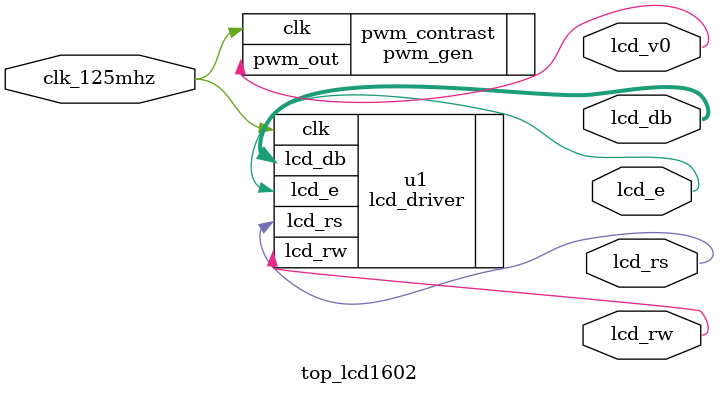
<source format=v>
module top_lcd1602(
    input  wire clk_125mhz,
    output wire [7:0] lcd_db,
    output wire lcd_rs,
    output wire lcd_rw,
    output wire lcd_v0,
    output wire lcd_e
);

    pwm_gen pwm_contrast (
        .clk(clk_125mhz),
        .pwm_out(lcd_v0)
    );

    lcd_driver u1 (
        .clk(clk_125mhz),
        .lcd_db(lcd_db),
        .lcd_rs(lcd_rs),
        .lcd_rw(lcd_rw),
        .lcd_e(lcd_e)
    );

endmodule

</source>
